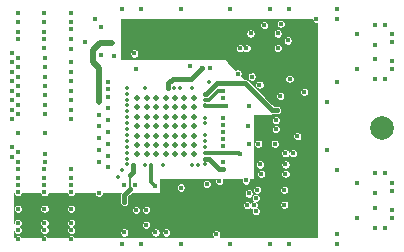
<source format=gbr>
G04 (created by PCBNEW (2013-07-07 BZR 4022)-stable) date 24/11/2015 00:30:31*
%MOIN*%
G04 Gerber Fmt 3.4, Leading zero omitted, Abs format*
%FSLAX34Y34*%
G01*
G70*
G90*
G04 APERTURE LIST*
%ADD10C,0.00590551*%
%ADD11C,0.019685*%
%ADD12C,0.0787402*%
%ADD13C,0.015748*%
%ADD14C,0.0137795*%
%ADD15C,0.015748*%
%ADD16C,0.011811*%
%ADD17C,0.019685*%
%ADD18C,0.00787402*%
%ADD19C,0.00393701*%
G04 APERTURE END LIST*
G54D10*
G54D11*
X68307Y-52992D03*
X68937Y-52992D03*
X68622Y-52992D03*
X67677Y-52992D03*
X67992Y-52992D03*
X67362Y-52992D03*
X67047Y-52992D03*
X67047Y-52677D03*
X67362Y-52677D03*
X67992Y-52677D03*
X67677Y-52677D03*
X68622Y-52677D03*
X68937Y-52677D03*
X68307Y-52677D03*
X68307Y-52362D03*
X68937Y-52362D03*
X68622Y-52362D03*
X67677Y-52362D03*
X67992Y-52362D03*
X67362Y-52362D03*
X67047Y-52362D03*
X67047Y-51732D03*
X67362Y-51732D03*
X67992Y-51732D03*
X67677Y-51732D03*
X68622Y-51732D03*
X68937Y-51732D03*
X68307Y-51732D03*
X68307Y-52047D03*
X68937Y-52047D03*
X68622Y-52047D03*
X67677Y-52047D03*
X67992Y-52047D03*
X67362Y-52047D03*
X67047Y-52047D03*
X67047Y-51417D03*
X67362Y-51417D03*
X67992Y-51417D03*
X67677Y-51417D03*
X68622Y-51417D03*
X68937Y-51417D03*
X68307Y-51417D03*
X68307Y-51102D03*
X68937Y-51102D03*
X68622Y-51102D03*
X67677Y-51102D03*
X67992Y-51102D03*
X67362Y-51102D03*
X67047Y-51102D03*
G54D12*
X75196Y-52106D03*
G54D13*
X64842Y-54251D03*
X63070Y-54251D03*
X63956Y-54251D03*
X66614Y-55590D03*
X69685Y-55649D03*
X72618Y-50905D03*
X72244Y-52952D03*
X72657Y-48641D03*
X63956Y-54566D03*
X63070Y-54566D03*
X64842Y-54566D03*
X66811Y-48602D03*
X71082Y-51850D03*
X67303Y-48956D03*
X72125Y-53937D03*
X69133Y-48681D03*
X66633Y-48956D03*
X69114Y-55551D03*
X72480Y-51850D03*
X70610Y-49940D03*
X68838Y-54015D03*
X68838Y-55492D03*
X71082Y-52637D03*
X62874Y-53070D03*
X63976Y-52992D03*
X71003Y-54881D03*
X63070Y-53228D03*
X72381Y-52381D03*
X63070Y-52913D03*
X71988Y-53326D03*
X71830Y-48641D03*
X72066Y-49192D03*
X71948Y-54665D03*
X71948Y-54173D03*
X71043Y-54173D03*
X70925Y-54685D03*
X70708Y-54685D03*
X71732Y-49448D03*
X71279Y-48681D03*
X70826Y-48956D03*
X71732Y-48956D03*
X70472Y-49448D03*
X70688Y-49448D03*
X64842Y-49133D03*
X64842Y-54015D03*
X64842Y-53779D03*
X64842Y-48818D03*
X64842Y-48582D03*
X64842Y-48267D03*
X74960Y-49330D03*
X74960Y-49822D03*
X64842Y-55826D03*
X64842Y-55511D03*
X64842Y-55275D03*
X64842Y-53464D03*
X62874Y-49606D03*
X64842Y-49488D03*
X63956Y-49448D03*
X63956Y-48897D03*
X63070Y-49133D03*
X63956Y-49133D03*
X63956Y-48267D03*
X63956Y-48582D03*
X63070Y-48267D03*
X63070Y-48582D03*
X63070Y-48897D03*
X63956Y-55826D03*
X63956Y-55275D03*
X63070Y-55275D03*
X63956Y-55511D03*
X63070Y-55511D03*
X63070Y-55826D03*
X64842Y-54803D03*
X63956Y-54803D03*
X63956Y-54015D03*
X63956Y-53779D03*
X63956Y-53464D03*
X63070Y-54803D03*
X63070Y-54015D03*
X63070Y-53779D03*
X63070Y-53464D03*
X65846Y-48759D03*
X66555Y-55964D03*
X67185Y-55964D03*
X68523Y-55964D03*
X70137Y-55964D03*
X71476Y-55964D03*
X72106Y-55964D03*
X73720Y-55964D03*
X73720Y-55629D03*
X73720Y-53523D03*
X73366Y-52854D03*
X73720Y-50570D03*
X73366Y-51240D03*
X73720Y-48464D03*
X73011Y-48464D03*
X73720Y-48129D03*
X72106Y-48129D03*
X71476Y-48129D03*
X70137Y-48129D03*
X68523Y-48129D03*
X67185Y-48129D03*
X66555Y-48129D03*
X65649Y-48464D03*
X65295Y-49232D03*
X74370Y-55118D03*
X74370Y-53937D03*
X75314Y-55433D03*
X75314Y-53622D03*
X75314Y-50472D03*
X75314Y-48661D03*
X67657Y-55590D03*
X68011Y-55590D03*
X67007Y-54842D03*
X65846Y-49685D03*
X65767Y-54271D03*
G54D14*
X68484Y-50767D03*
X68287Y-50767D03*
X69074Y-53346D03*
G54D13*
X69488Y-50118D03*
X75551Y-54842D03*
X75551Y-54212D03*
X74960Y-54763D03*
X74960Y-55433D03*
X75551Y-55118D03*
X74960Y-54291D03*
X74960Y-53622D03*
X75551Y-53937D03*
X74960Y-50472D03*
X75551Y-50157D03*
X75551Y-49881D03*
X75551Y-49251D03*
X74960Y-48661D03*
X75551Y-48976D03*
X68818Y-50039D03*
X67342Y-55334D03*
X67342Y-54842D03*
X72125Y-50472D03*
G54D14*
X68877Y-50767D03*
G54D13*
X68503Y-54094D03*
X70767Y-54291D03*
G54D14*
X68877Y-53346D03*
G54D13*
X71633Y-52637D03*
X69783Y-53877D03*
X70669Y-53858D03*
X71988Y-53641D03*
X70748Y-52047D03*
X66279Y-49724D03*
X66948Y-49625D03*
X71141Y-53326D03*
X71988Y-52952D03*
X70787Y-52637D03*
X71811Y-51043D03*
X71122Y-50669D03*
X70787Y-51377D03*
X70866Y-50393D03*
X70393Y-50295D03*
X74370Y-50157D03*
X74370Y-48976D03*
X66200Y-49291D03*
X65787Y-51259D03*
G54D14*
X69291Y-51948D03*
X67500Y-53346D03*
G54D13*
X67657Y-54055D03*
G54D14*
X69448Y-50570D03*
G54D13*
X69921Y-53228D03*
X69921Y-52017D03*
G54D14*
X67322Y-50767D03*
G54D13*
X67007Y-50137D03*
X69370Y-53976D03*
G54D14*
X69291Y-51161D03*
G54D13*
X69901Y-50866D03*
X66968Y-53996D03*
X66062Y-50590D03*
G54D14*
X66712Y-52342D03*
X66712Y-51751D03*
G54D13*
X69901Y-51102D03*
G54D14*
X69291Y-53326D03*
X68090Y-50767D03*
G54D13*
X69192Y-50118D03*
G54D14*
X67893Y-53346D03*
X67303Y-53346D03*
X71712Y-51515D03*
X69291Y-50964D03*
X69291Y-53129D03*
G54D13*
X69921Y-53484D03*
X66614Y-54566D03*
G54D14*
X66909Y-53346D03*
G54D13*
X69921Y-52696D03*
X69921Y-52460D03*
G54D14*
X69291Y-52549D03*
G54D13*
X71003Y-54438D03*
G54D14*
X69291Y-52352D03*
G54D13*
X71181Y-53641D03*
G54D14*
X69291Y-52933D03*
G54D13*
X70472Y-52972D03*
G54D14*
X69291Y-51358D03*
G54D13*
X70000Y-51377D03*
X63976Y-53228D03*
X69921Y-52244D03*
X69921Y-51791D03*
X62874Y-52755D03*
X66062Y-52244D03*
X63976Y-50708D03*
X65787Y-52047D03*
X64842Y-50551D03*
X62874Y-50551D03*
G54D14*
X66712Y-51948D03*
G54D13*
X63976Y-49763D03*
X66062Y-50826D03*
X63070Y-49763D03*
G54D14*
X66712Y-50767D03*
G54D13*
X63976Y-50393D03*
X66062Y-51850D03*
X63070Y-50393D03*
G54D14*
X66712Y-51555D03*
G54D13*
X64842Y-50236D03*
X65787Y-51673D03*
X62874Y-50236D03*
G54D14*
X66712Y-51358D03*
G54D13*
X63976Y-50078D03*
X66062Y-51456D03*
G54D14*
X66712Y-51161D03*
G54D13*
X63070Y-50078D03*
X64842Y-49921D03*
X66062Y-51062D03*
X62874Y-49921D03*
G54D14*
X66712Y-50964D03*
G54D13*
X63070Y-50708D03*
G54D14*
X66712Y-52145D03*
G54D13*
X63976Y-52283D03*
G54D14*
X69291Y-51761D03*
G54D13*
X71673Y-51850D03*
X65787Y-52440D03*
X64842Y-50866D03*
X66062Y-52637D03*
X63976Y-51023D03*
G54D14*
X66712Y-52736D03*
G54D13*
X63070Y-51023D03*
X63976Y-51653D03*
G54D14*
X66535Y-53523D03*
G54D13*
X63070Y-51653D03*
X66614Y-53996D03*
X64842Y-51811D03*
X65787Y-52834D03*
X62874Y-51181D03*
G54D14*
X66712Y-52933D03*
G54D13*
X64842Y-51496D03*
X66062Y-53031D03*
X62874Y-51496D03*
G54D14*
X66712Y-53129D03*
G54D13*
X64842Y-51181D03*
X65787Y-53248D03*
G54D14*
X66712Y-53326D03*
G54D13*
X62874Y-51811D03*
X63976Y-51338D03*
X66062Y-53425D03*
X63070Y-51338D03*
G54D14*
X66417Y-53759D03*
G54D13*
X62874Y-50866D03*
G54D14*
X66712Y-52539D03*
G54D13*
X63070Y-52283D03*
X71673Y-52145D03*
G54D14*
X69291Y-52746D03*
G54D15*
X72657Y-48641D02*
X72657Y-49311D01*
X72657Y-49311D02*
X71535Y-50433D01*
G54D16*
X65748Y-55098D02*
X65216Y-54566D01*
X64842Y-54566D02*
X65216Y-54566D01*
X65748Y-55098D02*
X68838Y-55098D01*
G54D15*
X66811Y-48956D02*
X66811Y-48602D01*
X68838Y-55216D02*
X72263Y-55216D01*
X71082Y-51850D02*
X71082Y-52047D01*
X72145Y-52657D02*
X72952Y-52657D01*
X71870Y-52381D02*
X72145Y-52657D01*
X71417Y-52381D02*
X71870Y-52381D01*
X71082Y-52047D02*
X71417Y-52381D01*
X68838Y-55492D02*
X68838Y-55216D01*
X68838Y-55216D02*
X68838Y-55098D01*
X68838Y-55098D02*
X68838Y-54015D01*
X69114Y-55551D02*
X68897Y-55551D01*
X68897Y-55551D02*
X68838Y-55492D01*
X72952Y-53937D02*
X72125Y-53937D01*
X72952Y-54527D02*
X72952Y-53937D01*
X72263Y-55216D02*
X72952Y-54527D01*
X72952Y-53937D02*
X72952Y-52657D01*
X72952Y-52657D02*
X72952Y-51377D01*
X72480Y-51377D02*
X72952Y-51377D01*
X72480Y-51850D02*
X72480Y-51377D01*
X71043Y-49940D02*
X70610Y-49940D01*
X71535Y-50433D02*
X71043Y-49940D01*
X72480Y-51377D02*
X71535Y-50433D01*
X69133Y-48956D02*
X69133Y-48681D01*
X66633Y-48956D02*
X66811Y-48956D01*
X66811Y-48956D02*
X69133Y-48956D01*
X69133Y-48956D02*
X69350Y-48956D01*
X69350Y-48956D02*
X70334Y-49940D01*
X70334Y-49940D02*
X70610Y-49940D01*
G54D17*
X66200Y-49291D02*
X65807Y-49291D01*
X65787Y-51259D02*
X65787Y-50118D01*
X65787Y-50118D02*
X65590Y-49921D01*
X65590Y-49921D02*
X65590Y-49507D01*
X65807Y-49291D02*
X65590Y-49507D01*
G54D16*
X67500Y-53346D02*
X67500Y-53897D01*
X67500Y-53897D02*
X67657Y-54055D01*
X69291Y-51161D02*
X69448Y-51161D01*
X69744Y-50866D02*
X69901Y-50866D01*
X69448Y-51161D02*
X69744Y-50866D01*
G54D15*
X68090Y-50767D02*
X68090Y-50610D01*
X68838Y-50472D02*
X69192Y-50118D01*
X68228Y-50472D02*
X68838Y-50472D01*
X68090Y-50610D02*
X68228Y-50472D01*
X69291Y-50964D02*
X69350Y-50964D01*
X71535Y-51515D02*
X71712Y-51515D01*
X70629Y-50610D02*
X71535Y-51515D01*
X69704Y-50610D02*
X70629Y-50610D01*
X69350Y-50964D02*
X69704Y-50610D01*
X69291Y-53129D02*
X69429Y-53129D01*
X69783Y-53484D02*
X69921Y-53484D01*
X69429Y-53129D02*
X69783Y-53484D01*
X66614Y-54566D02*
X66614Y-54330D01*
X66614Y-54330D02*
X66791Y-54153D01*
X66909Y-53346D02*
X66909Y-53562D01*
X66791Y-54153D02*
X66712Y-54232D01*
G54D18*
X66791Y-53681D02*
X66791Y-54153D01*
G54D15*
X66909Y-53562D02*
X66791Y-53681D01*
G54D16*
X69291Y-52933D02*
X70433Y-52933D01*
X70433Y-52933D02*
X70472Y-52972D01*
X70000Y-51377D02*
X69311Y-51377D01*
X69311Y-51377D02*
X69291Y-51358D01*
G54D10*
G36*
X73051Y-55728D02*
X72755Y-55728D01*
X72755Y-50878D01*
X72734Y-50827D01*
X72696Y-50788D01*
X72645Y-50767D01*
X72590Y-50767D01*
X72540Y-50788D01*
X72501Y-50827D01*
X72480Y-50877D01*
X72480Y-50932D01*
X72501Y-50983D01*
X72539Y-51022D01*
X72590Y-51043D01*
X72645Y-51043D01*
X72696Y-51022D01*
X72734Y-50983D01*
X72755Y-50933D01*
X72755Y-50878D01*
X72755Y-55728D01*
X72519Y-55728D01*
X72519Y-52354D01*
X72498Y-52303D01*
X72460Y-52265D01*
X72409Y-52244D01*
X72354Y-52244D01*
X72303Y-52265D01*
X72265Y-52303D01*
X72263Y-52306D01*
X72263Y-50445D01*
X72242Y-50394D01*
X72204Y-50356D01*
X72204Y-49165D01*
X72183Y-49114D01*
X72145Y-49076D01*
X72094Y-49055D01*
X72039Y-49055D01*
X71988Y-49076D01*
X71968Y-49096D01*
X71968Y-48614D01*
X71947Y-48563D01*
X71908Y-48524D01*
X71858Y-48503D01*
X71803Y-48503D01*
X71752Y-48524D01*
X71713Y-48563D01*
X71692Y-48614D01*
X71692Y-48669D01*
X71713Y-48719D01*
X71752Y-48758D01*
X71803Y-48779D01*
X71857Y-48779D01*
X71908Y-48758D01*
X71947Y-48719D01*
X71968Y-48669D01*
X71968Y-48614D01*
X71968Y-49096D01*
X71950Y-49114D01*
X71929Y-49165D01*
X71929Y-49220D01*
X71950Y-49270D01*
X71988Y-49309D01*
X72039Y-49330D01*
X72094Y-49330D01*
X72144Y-49309D01*
X72183Y-49271D01*
X72204Y-49220D01*
X72204Y-49165D01*
X72204Y-50356D01*
X72204Y-50355D01*
X72153Y-50334D01*
X72098Y-50334D01*
X72048Y-50355D01*
X72009Y-50394D01*
X71988Y-50444D01*
X71988Y-50499D01*
X72009Y-50550D01*
X72047Y-50589D01*
X72098Y-50610D01*
X72153Y-50610D01*
X72203Y-50589D01*
X72242Y-50550D01*
X72263Y-50499D01*
X72263Y-50445D01*
X72263Y-52306D01*
X72244Y-52354D01*
X72244Y-52409D01*
X72265Y-52459D01*
X72303Y-52498D01*
X72354Y-52519D01*
X72409Y-52519D01*
X72459Y-52498D01*
X72498Y-52460D01*
X72519Y-52409D01*
X72519Y-52354D01*
X72519Y-55728D01*
X72381Y-55728D01*
X72381Y-52925D01*
X72360Y-52874D01*
X72322Y-52836D01*
X72271Y-52814D01*
X72216Y-52814D01*
X72166Y-52835D01*
X72127Y-52874D01*
X72116Y-52901D01*
X72105Y-52874D01*
X72066Y-52836D01*
X72015Y-52814D01*
X71960Y-52814D01*
X71948Y-52819D01*
X71948Y-51016D01*
X71927Y-50965D01*
X71889Y-50926D01*
X71870Y-50918D01*
X71870Y-49421D01*
X71870Y-48929D01*
X71849Y-48878D01*
X71810Y-48839D01*
X71759Y-48818D01*
X71704Y-48818D01*
X71654Y-48839D01*
X71615Y-48878D01*
X71594Y-48929D01*
X71594Y-48983D01*
X71615Y-49034D01*
X71654Y-49073D01*
X71704Y-49094D01*
X71759Y-49094D01*
X71810Y-49073D01*
X71849Y-49034D01*
X71870Y-48984D01*
X71870Y-48929D01*
X71870Y-49421D01*
X71849Y-49370D01*
X71810Y-49332D01*
X71759Y-49311D01*
X71704Y-49310D01*
X71654Y-49331D01*
X71615Y-49370D01*
X71594Y-49421D01*
X71594Y-49476D01*
X71615Y-49526D01*
X71654Y-49565D01*
X71704Y-49586D01*
X71759Y-49586D01*
X71810Y-49565D01*
X71849Y-49526D01*
X71870Y-49476D01*
X71870Y-49421D01*
X71870Y-50918D01*
X71838Y-50905D01*
X71783Y-50905D01*
X71733Y-50926D01*
X71694Y-50965D01*
X71673Y-51015D01*
X71673Y-51070D01*
X71694Y-51121D01*
X71732Y-51160D01*
X71783Y-51181D01*
X71838Y-51181D01*
X71888Y-51160D01*
X71927Y-51121D01*
X71948Y-51070D01*
X71948Y-51016D01*
X71948Y-52819D01*
X71910Y-52835D01*
X71871Y-52874D01*
X71850Y-52925D01*
X71850Y-52980D01*
X71871Y-53030D01*
X71910Y-53069D01*
X71960Y-53090D01*
X72015Y-53090D01*
X72066Y-53069D01*
X72104Y-53030D01*
X72116Y-53003D01*
X72127Y-53030D01*
X72165Y-53069D01*
X72216Y-53090D01*
X72271Y-53090D01*
X72322Y-53069D01*
X72360Y-53030D01*
X72381Y-52980D01*
X72381Y-52925D01*
X72381Y-55728D01*
X72126Y-55728D01*
X72126Y-53614D01*
X72126Y-53299D01*
X72105Y-53248D01*
X72066Y-53210D01*
X72015Y-53189D01*
X71960Y-53188D01*
X71910Y-53209D01*
X71871Y-53248D01*
X71850Y-53299D01*
X71850Y-53354D01*
X71871Y-53404D01*
X71910Y-53443D01*
X71960Y-53464D01*
X72015Y-53464D01*
X72066Y-53443D01*
X72104Y-53404D01*
X72125Y-53354D01*
X72126Y-53299D01*
X72126Y-53614D01*
X72105Y-53563D01*
X72066Y-53524D01*
X72015Y-53503D01*
X71960Y-53503D01*
X71910Y-53524D01*
X71871Y-53563D01*
X71850Y-53614D01*
X71850Y-53669D01*
X71871Y-53719D01*
X71910Y-53758D01*
X71960Y-53779D01*
X72015Y-53779D01*
X72066Y-53758D01*
X72104Y-53719D01*
X72125Y-53669D01*
X72126Y-53614D01*
X72126Y-55728D01*
X72086Y-55728D01*
X72086Y-54638D01*
X72086Y-54145D01*
X72065Y-54095D01*
X72026Y-54056D01*
X71976Y-54035D01*
X71921Y-54035D01*
X71870Y-54056D01*
X71832Y-54095D01*
X71811Y-54145D01*
X71811Y-52118D01*
X71811Y-51823D01*
X71790Y-51772D01*
X71751Y-51733D01*
X71700Y-51712D01*
X71645Y-51712D01*
X71595Y-51733D01*
X71556Y-51772D01*
X71535Y-51822D01*
X71535Y-51877D01*
X71556Y-51928D01*
X71595Y-51967D01*
X71645Y-51988D01*
X71700Y-51988D01*
X71751Y-51967D01*
X71789Y-51928D01*
X71810Y-51877D01*
X71811Y-51823D01*
X71811Y-52118D01*
X71790Y-52067D01*
X71751Y-52028D01*
X71700Y-52007D01*
X71645Y-52007D01*
X71595Y-52028D01*
X71556Y-52067D01*
X71535Y-52118D01*
X71535Y-52172D01*
X71556Y-52223D01*
X71595Y-52262D01*
X71645Y-52283D01*
X71700Y-52283D01*
X71751Y-52262D01*
X71789Y-52223D01*
X71810Y-52173D01*
X71811Y-52118D01*
X71811Y-54145D01*
X71810Y-54200D01*
X71831Y-54251D01*
X71870Y-54289D01*
X71921Y-54310D01*
X71976Y-54311D01*
X72026Y-54290D01*
X72065Y-54251D01*
X72086Y-54200D01*
X72086Y-54145D01*
X72086Y-54638D01*
X72065Y-54587D01*
X72026Y-54548D01*
X71976Y-54527D01*
X71921Y-54527D01*
X71870Y-54548D01*
X71832Y-54587D01*
X71811Y-54637D01*
X71810Y-54692D01*
X71831Y-54743D01*
X71870Y-54782D01*
X71921Y-54803D01*
X71976Y-54803D01*
X72026Y-54782D01*
X72065Y-54743D01*
X72086Y-54692D01*
X72086Y-54638D01*
X72086Y-55728D01*
X71771Y-55728D01*
X71771Y-52610D01*
X71750Y-52559D01*
X71712Y-52521D01*
X71661Y-52500D01*
X71606Y-52499D01*
X71555Y-52520D01*
X71517Y-52559D01*
X71496Y-52610D01*
X71496Y-52665D01*
X71516Y-52715D01*
X71555Y-52754D01*
X71606Y-52775D01*
X71661Y-52775D01*
X71711Y-52754D01*
X71750Y-52715D01*
X71771Y-52665D01*
X71771Y-52610D01*
X71771Y-55728D01*
X71318Y-55728D01*
X71318Y-53614D01*
X71297Y-53563D01*
X71279Y-53545D01*
X71279Y-53299D01*
X71258Y-53248D01*
X71220Y-53210D01*
X71220Y-52610D01*
X71199Y-52559D01*
X71160Y-52521D01*
X71110Y-52500D01*
X71055Y-52499D01*
X71004Y-52520D01*
X70965Y-52559D01*
X70944Y-52610D01*
X70944Y-52665D01*
X70965Y-52715D01*
X71004Y-52754D01*
X71055Y-52775D01*
X71109Y-52775D01*
X71160Y-52754D01*
X71199Y-52715D01*
X71220Y-52665D01*
X71220Y-52610D01*
X71220Y-53210D01*
X71219Y-53210D01*
X71169Y-53189D01*
X71114Y-53188D01*
X71063Y-53209D01*
X71024Y-53248D01*
X71003Y-53299D01*
X71003Y-53354D01*
X71024Y-53404D01*
X71063Y-53443D01*
X71114Y-53464D01*
X71169Y-53464D01*
X71219Y-53443D01*
X71258Y-53404D01*
X71279Y-53354D01*
X71279Y-53299D01*
X71279Y-53545D01*
X71259Y-53524D01*
X71208Y-53503D01*
X71153Y-53503D01*
X71103Y-53524D01*
X71064Y-53563D01*
X71043Y-53614D01*
X71043Y-53669D01*
X71064Y-53719D01*
X71102Y-53758D01*
X71153Y-53779D01*
X71208Y-53779D01*
X71259Y-53758D01*
X71297Y-53719D01*
X71318Y-53669D01*
X71318Y-53614D01*
X71318Y-55728D01*
X71181Y-55728D01*
X71181Y-54145D01*
X71160Y-54095D01*
X71121Y-54056D01*
X71070Y-54035D01*
X71016Y-54035D01*
X70965Y-54056D01*
X70926Y-54095D01*
X70905Y-54145D01*
X70905Y-54200D01*
X70926Y-54251D01*
X70965Y-54289D01*
X70992Y-54301D01*
X70976Y-54301D01*
X70925Y-54322D01*
X70888Y-54359D01*
X70905Y-54318D01*
X70905Y-54264D01*
X70884Y-54213D01*
X70845Y-54174D01*
X70795Y-54153D01*
X70740Y-54153D01*
X70689Y-54174D01*
X70650Y-54213D01*
X70629Y-54263D01*
X70629Y-54318D01*
X70650Y-54369D01*
X70689Y-54408D01*
X70740Y-54429D01*
X70795Y-54429D01*
X70845Y-54408D01*
X70882Y-54370D01*
X70866Y-54411D01*
X70866Y-54466D01*
X70887Y-54516D01*
X70917Y-54547D01*
X70897Y-54547D01*
X70847Y-54568D01*
X70816Y-54598D01*
X70786Y-54568D01*
X70736Y-54547D01*
X70681Y-54547D01*
X70630Y-54568D01*
X70591Y-54606D01*
X70570Y-54657D01*
X70570Y-54712D01*
X70591Y-54762D01*
X70630Y-54801D01*
X70681Y-54822D01*
X70735Y-54822D01*
X70786Y-54801D01*
X70816Y-54771D01*
X70847Y-54801D01*
X70881Y-54816D01*
X70866Y-54854D01*
X70866Y-54909D01*
X70887Y-54959D01*
X70925Y-54998D01*
X70976Y-55019D01*
X71031Y-55019D01*
X71081Y-54998D01*
X71120Y-54960D01*
X71141Y-54909D01*
X71141Y-54854D01*
X71120Y-54803D01*
X71082Y-54765D01*
X71047Y-54750D01*
X71062Y-54712D01*
X71063Y-54657D01*
X71042Y-54607D01*
X71011Y-54576D01*
X71031Y-54576D01*
X71081Y-54555D01*
X71120Y-54517D01*
X71141Y-54466D01*
X71141Y-54411D01*
X71120Y-54361D01*
X71082Y-54322D01*
X71055Y-54311D01*
X71070Y-54311D01*
X71121Y-54290D01*
X71160Y-54251D01*
X71181Y-54200D01*
X71181Y-54145D01*
X71181Y-55728D01*
X69801Y-55728D01*
X69801Y-55727D01*
X69822Y-55677D01*
X69822Y-55622D01*
X69801Y-55571D01*
X69763Y-55532D01*
X69712Y-55511D01*
X69657Y-55511D01*
X69607Y-55532D01*
X69568Y-55571D01*
X69547Y-55622D01*
X69547Y-55676D01*
X69568Y-55727D01*
X69568Y-55728D01*
X69507Y-55728D01*
X69507Y-53949D01*
X69486Y-53898D01*
X69448Y-53859D01*
X69397Y-53838D01*
X69342Y-53838D01*
X69292Y-53859D01*
X69253Y-53898D01*
X69232Y-53948D01*
X69232Y-54003D01*
X69253Y-54054D01*
X69291Y-54093D01*
X69342Y-54114D01*
X69397Y-54114D01*
X69448Y-54093D01*
X69486Y-54054D01*
X69507Y-54003D01*
X69507Y-53949D01*
X69507Y-55728D01*
X68641Y-55728D01*
X68641Y-54067D01*
X68620Y-54016D01*
X68582Y-53977D01*
X68531Y-53956D01*
X68476Y-53956D01*
X68425Y-53977D01*
X68387Y-54016D01*
X68366Y-54066D01*
X68366Y-54121D01*
X68387Y-54172D01*
X68425Y-54211D01*
X68476Y-54232D01*
X68531Y-54232D01*
X68581Y-54211D01*
X68620Y-54172D01*
X68641Y-54122D01*
X68641Y-54067D01*
X68641Y-55728D01*
X68039Y-55728D01*
X68089Y-55707D01*
X68128Y-55668D01*
X68149Y-55618D01*
X68149Y-55563D01*
X68128Y-55512D01*
X68089Y-55473D01*
X68039Y-55452D01*
X67984Y-55452D01*
X67933Y-55473D01*
X67895Y-55512D01*
X67874Y-55563D01*
X67873Y-55617D01*
X67894Y-55668D01*
X67933Y-55707D01*
X67984Y-55728D01*
X68011Y-55728D01*
X67684Y-55728D01*
X67735Y-55707D01*
X67774Y-55668D01*
X67795Y-55618D01*
X67795Y-55563D01*
X67774Y-55512D01*
X67735Y-55473D01*
X67685Y-55452D01*
X67630Y-55452D01*
X67579Y-55473D01*
X67540Y-55512D01*
X67519Y-55563D01*
X67519Y-55617D01*
X67540Y-55668D01*
X67579Y-55707D01*
X67629Y-55728D01*
X67657Y-55728D01*
X67480Y-55728D01*
X67480Y-55307D01*
X67480Y-54815D01*
X67459Y-54764D01*
X67420Y-54725D01*
X67370Y-54704D01*
X67315Y-54704D01*
X67264Y-54725D01*
X67225Y-54764D01*
X67204Y-54814D01*
X67204Y-54869D01*
X67225Y-54920D01*
X67264Y-54959D01*
X67314Y-54980D01*
X67369Y-54980D01*
X67420Y-54959D01*
X67459Y-54920D01*
X67480Y-54870D01*
X67480Y-54815D01*
X67480Y-55307D01*
X67459Y-55256D01*
X67420Y-55217D01*
X67370Y-55196D01*
X67315Y-55196D01*
X67264Y-55217D01*
X67225Y-55256D01*
X67204Y-55307D01*
X67204Y-55361D01*
X67225Y-55412D01*
X67264Y-55451D01*
X67314Y-55472D01*
X67369Y-55472D01*
X67420Y-55451D01*
X67459Y-55412D01*
X67480Y-55362D01*
X67480Y-55307D01*
X67480Y-55728D01*
X67145Y-55728D01*
X67145Y-54815D01*
X67124Y-54764D01*
X67086Y-54725D01*
X67035Y-54704D01*
X66980Y-54704D01*
X66929Y-54725D01*
X66891Y-54764D01*
X66870Y-54814D01*
X66870Y-54869D01*
X66890Y-54920D01*
X66929Y-54959D01*
X66980Y-54980D01*
X67035Y-54980D01*
X67085Y-54959D01*
X67124Y-54920D01*
X67145Y-54870D01*
X67145Y-54815D01*
X67145Y-55728D01*
X66641Y-55728D01*
X66692Y-55707D01*
X66730Y-55668D01*
X66751Y-55618D01*
X66751Y-55563D01*
X66731Y-55512D01*
X66692Y-55473D01*
X66641Y-55452D01*
X66586Y-55452D01*
X66536Y-55473D01*
X66497Y-55512D01*
X66476Y-55563D01*
X66476Y-55617D01*
X66497Y-55668D01*
X66536Y-55707D01*
X66586Y-55728D01*
X66614Y-55728D01*
X64980Y-55728D01*
X64980Y-55484D01*
X64959Y-55433D01*
X64920Y-55395D01*
X64917Y-55393D01*
X64920Y-55392D01*
X64959Y-55353D01*
X64980Y-55303D01*
X64980Y-55248D01*
X64980Y-54775D01*
X64959Y-54725D01*
X64920Y-54686D01*
X64870Y-54665D01*
X64815Y-54665D01*
X64764Y-54686D01*
X64725Y-54724D01*
X64704Y-54775D01*
X64704Y-54830D01*
X64725Y-54881D01*
X64764Y-54919D01*
X64814Y-54940D01*
X64869Y-54940D01*
X64920Y-54920D01*
X64959Y-54881D01*
X64980Y-54830D01*
X64980Y-54775D01*
X64980Y-55248D01*
X64959Y-55197D01*
X64920Y-55158D01*
X64870Y-55137D01*
X64815Y-55137D01*
X64764Y-55158D01*
X64725Y-55197D01*
X64704Y-55248D01*
X64704Y-55302D01*
X64725Y-55353D01*
X64764Y-55392D01*
X64767Y-55393D01*
X64764Y-55394D01*
X64725Y-55433D01*
X64704Y-55484D01*
X64704Y-55539D01*
X64725Y-55589D01*
X64764Y-55628D01*
X64814Y-55649D01*
X64869Y-55649D01*
X64920Y-55628D01*
X64959Y-55589D01*
X64980Y-55539D01*
X64980Y-55484D01*
X64980Y-55728D01*
X64938Y-55728D01*
X64920Y-55710D01*
X64870Y-55689D01*
X64815Y-55688D01*
X64764Y-55709D01*
X64746Y-55728D01*
X64094Y-55728D01*
X64094Y-55484D01*
X64073Y-55433D01*
X64034Y-55395D01*
X64031Y-55393D01*
X64034Y-55392D01*
X64073Y-55353D01*
X64094Y-55303D01*
X64094Y-55248D01*
X64094Y-54775D01*
X64073Y-54725D01*
X64034Y-54686D01*
X63984Y-54665D01*
X63929Y-54665D01*
X63878Y-54686D01*
X63839Y-54724D01*
X63818Y-54775D01*
X63818Y-54830D01*
X63839Y-54881D01*
X63878Y-54919D01*
X63929Y-54940D01*
X63983Y-54940D01*
X64034Y-54920D01*
X64073Y-54881D01*
X64094Y-54830D01*
X64094Y-54775D01*
X64094Y-55248D01*
X64073Y-55197D01*
X64034Y-55158D01*
X63984Y-55137D01*
X63929Y-55137D01*
X63878Y-55158D01*
X63839Y-55197D01*
X63818Y-55248D01*
X63818Y-55302D01*
X63839Y-55353D01*
X63878Y-55392D01*
X63881Y-55393D01*
X63878Y-55394D01*
X63839Y-55433D01*
X63818Y-55484D01*
X63818Y-55539D01*
X63839Y-55589D01*
X63878Y-55628D01*
X63929Y-55649D01*
X63983Y-55649D01*
X64034Y-55628D01*
X64073Y-55589D01*
X64094Y-55539D01*
X64094Y-55484D01*
X64094Y-55728D01*
X64053Y-55728D01*
X64034Y-55710D01*
X63984Y-55689D01*
X63929Y-55688D01*
X63878Y-55709D01*
X63860Y-55728D01*
X63167Y-55728D01*
X63149Y-55710D01*
X63098Y-55689D01*
X63043Y-55688D01*
X62992Y-55709D01*
X62974Y-55728D01*
X62933Y-55728D01*
X62933Y-55539D01*
X62953Y-55589D01*
X62992Y-55628D01*
X63043Y-55649D01*
X63098Y-55649D01*
X63148Y-55628D01*
X63187Y-55589D01*
X63208Y-55539D01*
X63208Y-55484D01*
X63187Y-55433D01*
X63149Y-55395D01*
X63145Y-55393D01*
X63148Y-55392D01*
X63187Y-55353D01*
X63208Y-55303D01*
X63208Y-55248D01*
X63187Y-55197D01*
X63149Y-55158D01*
X63098Y-55137D01*
X63043Y-55137D01*
X62992Y-55158D01*
X62954Y-55197D01*
X62933Y-55248D01*
X62933Y-55275D01*
X62933Y-54830D01*
X62953Y-54881D01*
X62992Y-54919D01*
X63043Y-54940D01*
X63098Y-54940D01*
X63148Y-54920D01*
X63187Y-54881D01*
X63208Y-54830D01*
X63208Y-54775D01*
X63187Y-54725D01*
X63149Y-54686D01*
X63098Y-54665D01*
X63043Y-54665D01*
X62992Y-54686D01*
X62954Y-54724D01*
X62933Y-54775D01*
X62933Y-54803D01*
X62933Y-54279D01*
X62953Y-54329D01*
X62992Y-54368D01*
X63043Y-54389D01*
X63098Y-54389D01*
X63148Y-54368D01*
X63187Y-54330D01*
X63208Y-54279D01*
X63208Y-54271D01*
X63818Y-54271D01*
X63818Y-54279D01*
X63839Y-54329D01*
X63878Y-54368D01*
X63929Y-54389D01*
X63983Y-54389D01*
X64034Y-54368D01*
X64073Y-54330D01*
X64094Y-54279D01*
X64094Y-54271D01*
X64704Y-54271D01*
X64704Y-54279D01*
X64725Y-54329D01*
X64764Y-54368D01*
X64814Y-54389D01*
X64869Y-54389D01*
X64920Y-54368D01*
X64959Y-54330D01*
X64980Y-54279D01*
X64980Y-54271D01*
X65629Y-54271D01*
X65629Y-54298D01*
X65650Y-54349D01*
X65689Y-54388D01*
X65740Y-54409D01*
X65795Y-54409D01*
X65845Y-54388D01*
X65884Y-54349D01*
X65905Y-54299D01*
X65905Y-54271D01*
X66491Y-54271D01*
X66486Y-54277D01*
X66476Y-54330D01*
X66476Y-54566D01*
X66476Y-54594D01*
X66497Y-54644D01*
X66536Y-54683D01*
X66561Y-54694D01*
X66586Y-54704D01*
X66614Y-54704D01*
X66641Y-54704D01*
X66666Y-54694D01*
X66692Y-54683D01*
X66711Y-54664D01*
X66730Y-54645D01*
X66741Y-54619D01*
X66751Y-54594D01*
X66751Y-54566D01*
X66751Y-54539D01*
X66751Y-54539D01*
X66751Y-54387D01*
X66810Y-54329D01*
X66868Y-54271D01*
X67814Y-54271D01*
X67814Y-53799D01*
X69667Y-53799D01*
X69666Y-53799D01*
X69645Y-53850D01*
X69645Y-53905D01*
X69666Y-53955D01*
X69705Y-53994D01*
X69755Y-54015D01*
X69810Y-54015D01*
X69861Y-53994D01*
X69900Y-53956D01*
X69921Y-53905D01*
X69921Y-53850D01*
X69900Y-53800D01*
X69899Y-53799D01*
X70544Y-53799D01*
X70531Y-53830D01*
X70531Y-53885D01*
X70552Y-53936D01*
X70591Y-53975D01*
X70641Y-53996D01*
X70696Y-53996D01*
X70747Y-53975D01*
X70786Y-53936D01*
X70807Y-53885D01*
X70807Y-53830D01*
X70793Y-53799D01*
X70925Y-53799D01*
X70925Y-52637D01*
X70925Y-52610D01*
X70925Y-52610D01*
X70925Y-51673D01*
X71555Y-51673D01*
X71555Y-51653D01*
X71712Y-51653D01*
X71765Y-51643D01*
X71810Y-51613D01*
X71839Y-51568D01*
X71850Y-51515D01*
X71839Y-51463D01*
X71810Y-51418D01*
X71765Y-51388D01*
X71712Y-51377D01*
X71592Y-51377D01*
X71417Y-51202D01*
X71417Y-48653D01*
X71396Y-48603D01*
X71357Y-48564D01*
X71307Y-48543D01*
X71252Y-48543D01*
X71201Y-48564D01*
X71162Y-48602D01*
X71141Y-48653D01*
X71141Y-48708D01*
X71162Y-48759D01*
X71201Y-48797D01*
X71251Y-48818D01*
X71306Y-48818D01*
X71357Y-48797D01*
X71396Y-48759D01*
X71417Y-48708D01*
X71417Y-48653D01*
X71417Y-51202D01*
X71259Y-51045D01*
X71259Y-50642D01*
X71238Y-50591D01*
X71200Y-50552D01*
X71149Y-50531D01*
X71094Y-50531D01*
X71044Y-50552D01*
X71005Y-50591D01*
X71003Y-50594D01*
X71003Y-50366D01*
X70983Y-50315D01*
X70964Y-50297D01*
X70964Y-48929D01*
X70943Y-48878D01*
X70904Y-48839D01*
X70854Y-48818D01*
X70799Y-48818D01*
X70748Y-48839D01*
X70710Y-48878D01*
X70689Y-48929D01*
X70688Y-48983D01*
X70709Y-49034D01*
X70748Y-49073D01*
X70799Y-49094D01*
X70854Y-49094D01*
X70904Y-49073D01*
X70943Y-49034D01*
X70964Y-48984D01*
X70964Y-48929D01*
X70964Y-50297D01*
X70944Y-50276D01*
X70893Y-50255D01*
X70838Y-50255D01*
X70826Y-50260D01*
X70826Y-49421D01*
X70805Y-49370D01*
X70767Y-49332D01*
X70716Y-49311D01*
X70661Y-49310D01*
X70611Y-49331D01*
X70580Y-49362D01*
X70550Y-49332D01*
X70499Y-49311D01*
X70445Y-49310D01*
X70394Y-49331D01*
X70355Y-49370D01*
X70334Y-49421D01*
X70334Y-49476D01*
X70355Y-49526D01*
X70394Y-49565D01*
X70444Y-49586D01*
X70499Y-49586D01*
X70550Y-49565D01*
X70580Y-49535D01*
X70610Y-49565D01*
X70661Y-49586D01*
X70716Y-49586D01*
X70766Y-49565D01*
X70805Y-49526D01*
X70826Y-49476D01*
X70826Y-49421D01*
X70826Y-50260D01*
X70788Y-50276D01*
X70749Y-50315D01*
X70728Y-50366D01*
X70728Y-50420D01*
X70749Y-50471D01*
X70787Y-50510D01*
X70838Y-50531D01*
X70893Y-50531D01*
X70944Y-50510D01*
X70982Y-50471D01*
X71003Y-50421D01*
X71003Y-50366D01*
X71003Y-50594D01*
X70984Y-50641D01*
X70984Y-50696D01*
X71005Y-50747D01*
X71043Y-50786D01*
X71094Y-50807D01*
X71149Y-50807D01*
X71200Y-50786D01*
X71238Y-50747D01*
X71259Y-50696D01*
X71259Y-50642D01*
X71259Y-51045D01*
X70727Y-50512D01*
X70682Y-50482D01*
X70629Y-50472D01*
X70618Y-50472D01*
X70513Y-50367D01*
X70531Y-50322D01*
X70531Y-50267D01*
X70510Y-50217D01*
X70471Y-50178D01*
X70421Y-50157D01*
X70366Y-50157D01*
X70321Y-50175D01*
X69968Y-49822D01*
X67086Y-49822D01*
X67086Y-49598D01*
X67065Y-49548D01*
X67026Y-49509D01*
X66976Y-49488D01*
X66921Y-49488D01*
X66870Y-49509D01*
X66832Y-49547D01*
X66811Y-49598D01*
X66810Y-49653D01*
X66831Y-49703D01*
X66870Y-49742D01*
X66921Y-49763D01*
X66976Y-49763D01*
X67026Y-49742D01*
X67065Y-49704D01*
X67086Y-49653D01*
X67086Y-49598D01*
X67086Y-49822D01*
X66515Y-49822D01*
X66515Y-48484D01*
X72873Y-48484D01*
X72873Y-48491D01*
X72894Y-48542D01*
X72933Y-48581D01*
X72984Y-48602D01*
X73039Y-48602D01*
X73051Y-48597D01*
X73051Y-55728D01*
X73051Y-55728D01*
G37*
G54D19*
X73051Y-55728D02*
X72755Y-55728D01*
X72755Y-50878D01*
X72734Y-50827D01*
X72696Y-50788D01*
X72645Y-50767D01*
X72590Y-50767D01*
X72540Y-50788D01*
X72501Y-50827D01*
X72480Y-50877D01*
X72480Y-50932D01*
X72501Y-50983D01*
X72539Y-51022D01*
X72590Y-51043D01*
X72645Y-51043D01*
X72696Y-51022D01*
X72734Y-50983D01*
X72755Y-50933D01*
X72755Y-50878D01*
X72755Y-55728D01*
X72519Y-55728D01*
X72519Y-52354D01*
X72498Y-52303D01*
X72460Y-52265D01*
X72409Y-52244D01*
X72354Y-52244D01*
X72303Y-52265D01*
X72265Y-52303D01*
X72263Y-52306D01*
X72263Y-50445D01*
X72242Y-50394D01*
X72204Y-50356D01*
X72204Y-49165D01*
X72183Y-49114D01*
X72145Y-49076D01*
X72094Y-49055D01*
X72039Y-49055D01*
X71988Y-49076D01*
X71968Y-49096D01*
X71968Y-48614D01*
X71947Y-48563D01*
X71908Y-48524D01*
X71858Y-48503D01*
X71803Y-48503D01*
X71752Y-48524D01*
X71713Y-48563D01*
X71692Y-48614D01*
X71692Y-48669D01*
X71713Y-48719D01*
X71752Y-48758D01*
X71803Y-48779D01*
X71857Y-48779D01*
X71908Y-48758D01*
X71947Y-48719D01*
X71968Y-48669D01*
X71968Y-48614D01*
X71968Y-49096D01*
X71950Y-49114D01*
X71929Y-49165D01*
X71929Y-49220D01*
X71950Y-49270D01*
X71988Y-49309D01*
X72039Y-49330D01*
X72094Y-49330D01*
X72144Y-49309D01*
X72183Y-49271D01*
X72204Y-49220D01*
X72204Y-49165D01*
X72204Y-50356D01*
X72204Y-50355D01*
X72153Y-50334D01*
X72098Y-50334D01*
X72048Y-50355D01*
X72009Y-50394D01*
X71988Y-50444D01*
X71988Y-50499D01*
X72009Y-50550D01*
X72047Y-50589D01*
X72098Y-50610D01*
X72153Y-50610D01*
X72203Y-50589D01*
X72242Y-50550D01*
X72263Y-50499D01*
X72263Y-50445D01*
X72263Y-52306D01*
X72244Y-52354D01*
X72244Y-52409D01*
X72265Y-52459D01*
X72303Y-52498D01*
X72354Y-52519D01*
X72409Y-52519D01*
X72459Y-52498D01*
X72498Y-52460D01*
X72519Y-52409D01*
X72519Y-52354D01*
X72519Y-55728D01*
X72381Y-55728D01*
X72381Y-52925D01*
X72360Y-52874D01*
X72322Y-52836D01*
X72271Y-52814D01*
X72216Y-52814D01*
X72166Y-52835D01*
X72127Y-52874D01*
X72116Y-52901D01*
X72105Y-52874D01*
X72066Y-52836D01*
X72015Y-52814D01*
X71960Y-52814D01*
X71948Y-52819D01*
X71948Y-51016D01*
X71927Y-50965D01*
X71889Y-50926D01*
X71870Y-50918D01*
X71870Y-49421D01*
X71870Y-48929D01*
X71849Y-48878D01*
X71810Y-48839D01*
X71759Y-48818D01*
X71704Y-48818D01*
X71654Y-48839D01*
X71615Y-48878D01*
X71594Y-48929D01*
X71594Y-48983D01*
X71615Y-49034D01*
X71654Y-49073D01*
X71704Y-49094D01*
X71759Y-49094D01*
X71810Y-49073D01*
X71849Y-49034D01*
X71870Y-48984D01*
X71870Y-48929D01*
X71870Y-49421D01*
X71849Y-49370D01*
X71810Y-49332D01*
X71759Y-49311D01*
X71704Y-49310D01*
X71654Y-49331D01*
X71615Y-49370D01*
X71594Y-49421D01*
X71594Y-49476D01*
X71615Y-49526D01*
X71654Y-49565D01*
X71704Y-49586D01*
X71759Y-49586D01*
X71810Y-49565D01*
X71849Y-49526D01*
X71870Y-49476D01*
X71870Y-49421D01*
X71870Y-50918D01*
X71838Y-50905D01*
X71783Y-50905D01*
X71733Y-50926D01*
X71694Y-50965D01*
X71673Y-51015D01*
X71673Y-51070D01*
X71694Y-51121D01*
X71732Y-51160D01*
X71783Y-51181D01*
X71838Y-51181D01*
X71888Y-51160D01*
X71927Y-51121D01*
X71948Y-51070D01*
X71948Y-51016D01*
X71948Y-52819D01*
X71910Y-52835D01*
X71871Y-52874D01*
X71850Y-52925D01*
X71850Y-52980D01*
X71871Y-53030D01*
X71910Y-53069D01*
X71960Y-53090D01*
X72015Y-53090D01*
X72066Y-53069D01*
X72104Y-53030D01*
X72116Y-53003D01*
X72127Y-53030D01*
X72165Y-53069D01*
X72216Y-53090D01*
X72271Y-53090D01*
X72322Y-53069D01*
X72360Y-53030D01*
X72381Y-52980D01*
X72381Y-52925D01*
X72381Y-55728D01*
X72126Y-55728D01*
X72126Y-53614D01*
X72126Y-53299D01*
X72105Y-53248D01*
X72066Y-53210D01*
X72015Y-53189D01*
X71960Y-53188D01*
X71910Y-53209D01*
X71871Y-53248D01*
X71850Y-53299D01*
X71850Y-53354D01*
X71871Y-53404D01*
X71910Y-53443D01*
X71960Y-53464D01*
X72015Y-53464D01*
X72066Y-53443D01*
X72104Y-53404D01*
X72125Y-53354D01*
X72126Y-53299D01*
X72126Y-53614D01*
X72105Y-53563D01*
X72066Y-53524D01*
X72015Y-53503D01*
X71960Y-53503D01*
X71910Y-53524D01*
X71871Y-53563D01*
X71850Y-53614D01*
X71850Y-53669D01*
X71871Y-53719D01*
X71910Y-53758D01*
X71960Y-53779D01*
X72015Y-53779D01*
X72066Y-53758D01*
X72104Y-53719D01*
X72125Y-53669D01*
X72126Y-53614D01*
X72126Y-55728D01*
X72086Y-55728D01*
X72086Y-54638D01*
X72086Y-54145D01*
X72065Y-54095D01*
X72026Y-54056D01*
X71976Y-54035D01*
X71921Y-54035D01*
X71870Y-54056D01*
X71832Y-54095D01*
X71811Y-54145D01*
X71811Y-52118D01*
X71811Y-51823D01*
X71790Y-51772D01*
X71751Y-51733D01*
X71700Y-51712D01*
X71645Y-51712D01*
X71595Y-51733D01*
X71556Y-51772D01*
X71535Y-51822D01*
X71535Y-51877D01*
X71556Y-51928D01*
X71595Y-51967D01*
X71645Y-51988D01*
X71700Y-51988D01*
X71751Y-51967D01*
X71789Y-51928D01*
X71810Y-51877D01*
X71811Y-51823D01*
X71811Y-52118D01*
X71790Y-52067D01*
X71751Y-52028D01*
X71700Y-52007D01*
X71645Y-52007D01*
X71595Y-52028D01*
X71556Y-52067D01*
X71535Y-52118D01*
X71535Y-52172D01*
X71556Y-52223D01*
X71595Y-52262D01*
X71645Y-52283D01*
X71700Y-52283D01*
X71751Y-52262D01*
X71789Y-52223D01*
X71810Y-52173D01*
X71811Y-52118D01*
X71811Y-54145D01*
X71810Y-54200D01*
X71831Y-54251D01*
X71870Y-54289D01*
X71921Y-54310D01*
X71976Y-54311D01*
X72026Y-54290D01*
X72065Y-54251D01*
X72086Y-54200D01*
X72086Y-54145D01*
X72086Y-54638D01*
X72065Y-54587D01*
X72026Y-54548D01*
X71976Y-54527D01*
X71921Y-54527D01*
X71870Y-54548D01*
X71832Y-54587D01*
X71811Y-54637D01*
X71810Y-54692D01*
X71831Y-54743D01*
X71870Y-54782D01*
X71921Y-54803D01*
X71976Y-54803D01*
X72026Y-54782D01*
X72065Y-54743D01*
X72086Y-54692D01*
X72086Y-54638D01*
X72086Y-55728D01*
X71771Y-55728D01*
X71771Y-52610D01*
X71750Y-52559D01*
X71712Y-52521D01*
X71661Y-52500D01*
X71606Y-52499D01*
X71555Y-52520D01*
X71517Y-52559D01*
X71496Y-52610D01*
X71496Y-52665D01*
X71516Y-52715D01*
X71555Y-52754D01*
X71606Y-52775D01*
X71661Y-52775D01*
X71711Y-52754D01*
X71750Y-52715D01*
X71771Y-52665D01*
X71771Y-52610D01*
X71771Y-55728D01*
X71318Y-55728D01*
X71318Y-53614D01*
X71297Y-53563D01*
X71279Y-53545D01*
X71279Y-53299D01*
X71258Y-53248D01*
X71220Y-53210D01*
X71220Y-52610D01*
X71199Y-52559D01*
X71160Y-52521D01*
X71110Y-52500D01*
X71055Y-52499D01*
X71004Y-52520D01*
X70965Y-52559D01*
X70944Y-52610D01*
X70944Y-52665D01*
X70965Y-52715D01*
X71004Y-52754D01*
X71055Y-52775D01*
X71109Y-52775D01*
X71160Y-52754D01*
X71199Y-52715D01*
X71220Y-52665D01*
X71220Y-52610D01*
X71220Y-53210D01*
X71219Y-53210D01*
X71169Y-53189D01*
X71114Y-53188D01*
X71063Y-53209D01*
X71024Y-53248D01*
X71003Y-53299D01*
X71003Y-53354D01*
X71024Y-53404D01*
X71063Y-53443D01*
X71114Y-53464D01*
X71169Y-53464D01*
X71219Y-53443D01*
X71258Y-53404D01*
X71279Y-53354D01*
X71279Y-53299D01*
X71279Y-53545D01*
X71259Y-53524D01*
X71208Y-53503D01*
X71153Y-53503D01*
X71103Y-53524D01*
X71064Y-53563D01*
X71043Y-53614D01*
X71043Y-53669D01*
X71064Y-53719D01*
X71102Y-53758D01*
X71153Y-53779D01*
X71208Y-53779D01*
X71259Y-53758D01*
X71297Y-53719D01*
X71318Y-53669D01*
X71318Y-53614D01*
X71318Y-55728D01*
X71181Y-55728D01*
X71181Y-54145D01*
X71160Y-54095D01*
X71121Y-54056D01*
X71070Y-54035D01*
X71016Y-54035D01*
X70965Y-54056D01*
X70926Y-54095D01*
X70905Y-54145D01*
X70905Y-54200D01*
X70926Y-54251D01*
X70965Y-54289D01*
X70992Y-54301D01*
X70976Y-54301D01*
X70925Y-54322D01*
X70888Y-54359D01*
X70905Y-54318D01*
X70905Y-54264D01*
X70884Y-54213D01*
X70845Y-54174D01*
X70795Y-54153D01*
X70740Y-54153D01*
X70689Y-54174D01*
X70650Y-54213D01*
X70629Y-54263D01*
X70629Y-54318D01*
X70650Y-54369D01*
X70689Y-54408D01*
X70740Y-54429D01*
X70795Y-54429D01*
X70845Y-54408D01*
X70882Y-54370D01*
X70866Y-54411D01*
X70866Y-54466D01*
X70887Y-54516D01*
X70917Y-54547D01*
X70897Y-54547D01*
X70847Y-54568D01*
X70816Y-54598D01*
X70786Y-54568D01*
X70736Y-54547D01*
X70681Y-54547D01*
X70630Y-54568D01*
X70591Y-54606D01*
X70570Y-54657D01*
X70570Y-54712D01*
X70591Y-54762D01*
X70630Y-54801D01*
X70681Y-54822D01*
X70735Y-54822D01*
X70786Y-54801D01*
X70816Y-54771D01*
X70847Y-54801D01*
X70881Y-54816D01*
X70866Y-54854D01*
X70866Y-54909D01*
X70887Y-54959D01*
X70925Y-54998D01*
X70976Y-55019D01*
X71031Y-55019D01*
X71081Y-54998D01*
X71120Y-54960D01*
X71141Y-54909D01*
X71141Y-54854D01*
X71120Y-54803D01*
X71082Y-54765D01*
X71047Y-54750D01*
X71062Y-54712D01*
X71063Y-54657D01*
X71042Y-54607D01*
X71011Y-54576D01*
X71031Y-54576D01*
X71081Y-54555D01*
X71120Y-54517D01*
X71141Y-54466D01*
X71141Y-54411D01*
X71120Y-54361D01*
X71082Y-54322D01*
X71055Y-54311D01*
X71070Y-54311D01*
X71121Y-54290D01*
X71160Y-54251D01*
X71181Y-54200D01*
X71181Y-54145D01*
X71181Y-55728D01*
X69801Y-55728D01*
X69801Y-55727D01*
X69822Y-55677D01*
X69822Y-55622D01*
X69801Y-55571D01*
X69763Y-55532D01*
X69712Y-55511D01*
X69657Y-55511D01*
X69607Y-55532D01*
X69568Y-55571D01*
X69547Y-55622D01*
X69547Y-55676D01*
X69568Y-55727D01*
X69568Y-55728D01*
X69507Y-55728D01*
X69507Y-53949D01*
X69486Y-53898D01*
X69448Y-53859D01*
X69397Y-53838D01*
X69342Y-53838D01*
X69292Y-53859D01*
X69253Y-53898D01*
X69232Y-53948D01*
X69232Y-54003D01*
X69253Y-54054D01*
X69291Y-54093D01*
X69342Y-54114D01*
X69397Y-54114D01*
X69448Y-54093D01*
X69486Y-54054D01*
X69507Y-54003D01*
X69507Y-53949D01*
X69507Y-55728D01*
X68641Y-55728D01*
X68641Y-54067D01*
X68620Y-54016D01*
X68582Y-53977D01*
X68531Y-53956D01*
X68476Y-53956D01*
X68425Y-53977D01*
X68387Y-54016D01*
X68366Y-54066D01*
X68366Y-54121D01*
X68387Y-54172D01*
X68425Y-54211D01*
X68476Y-54232D01*
X68531Y-54232D01*
X68581Y-54211D01*
X68620Y-54172D01*
X68641Y-54122D01*
X68641Y-54067D01*
X68641Y-55728D01*
X68039Y-55728D01*
X68089Y-55707D01*
X68128Y-55668D01*
X68149Y-55618D01*
X68149Y-55563D01*
X68128Y-55512D01*
X68089Y-55473D01*
X68039Y-55452D01*
X67984Y-55452D01*
X67933Y-55473D01*
X67895Y-55512D01*
X67874Y-55563D01*
X67873Y-55617D01*
X67894Y-55668D01*
X67933Y-55707D01*
X67984Y-55728D01*
X68011Y-55728D01*
X67684Y-55728D01*
X67735Y-55707D01*
X67774Y-55668D01*
X67795Y-55618D01*
X67795Y-55563D01*
X67774Y-55512D01*
X67735Y-55473D01*
X67685Y-55452D01*
X67630Y-55452D01*
X67579Y-55473D01*
X67540Y-55512D01*
X67519Y-55563D01*
X67519Y-55617D01*
X67540Y-55668D01*
X67579Y-55707D01*
X67629Y-55728D01*
X67657Y-55728D01*
X67480Y-55728D01*
X67480Y-55307D01*
X67480Y-54815D01*
X67459Y-54764D01*
X67420Y-54725D01*
X67370Y-54704D01*
X67315Y-54704D01*
X67264Y-54725D01*
X67225Y-54764D01*
X67204Y-54814D01*
X67204Y-54869D01*
X67225Y-54920D01*
X67264Y-54959D01*
X67314Y-54980D01*
X67369Y-54980D01*
X67420Y-54959D01*
X67459Y-54920D01*
X67480Y-54870D01*
X67480Y-54815D01*
X67480Y-55307D01*
X67459Y-55256D01*
X67420Y-55217D01*
X67370Y-55196D01*
X67315Y-55196D01*
X67264Y-55217D01*
X67225Y-55256D01*
X67204Y-55307D01*
X67204Y-55361D01*
X67225Y-55412D01*
X67264Y-55451D01*
X67314Y-55472D01*
X67369Y-55472D01*
X67420Y-55451D01*
X67459Y-55412D01*
X67480Y-55362D01*
X67480Y-55307D01*
X67480Y-55728D01*
X67145Y-55728D01*
X67145Y-54815D01*
X67124Y-54764D01*
X67086Y-54725D01*
X67035Y-54704D01*
X66980Y-54704D01*
X66929Y-54725D01*
X66891Y-54764D01*
X66870Y-54814D01*
X66870Y-54869D01*
X66890Y-54920D01*
X66929Y-54959D01*
X66980Y-54980D01*
X67035Y-54980D01*
X67085Y-54959D01*
X67124Y-54920D01*
X67145Y-54870D01*
X67145Y-54815D01*
X67145Y-55728D01*
X66641Y-55728D01*
X66692Y-55707D01*
X66730Y-55668D01*
X66751Y-55618D01*
X66751Y-55563D01*
X66731Y-55512D01*
X66692Y-55473D01*
X66641Y-55452D01*
X66586Y-55452D01*
X66536Y-55473D01*
X66497Y-55512D01*
X66476Y-55563D01*
X66476Y-55617D01*
X66497Y-55668D01*
X66536Y-55707D01*
X66586Y-55728D01*
X66614Y-55728D01*
X64980Y-55728D01*
X64980Y-55484D01*
X64959Y-55433D01*
X64920Y-55395D01*
X64917Y-55393D01*
X64920Y-55392D01*
X64959Y-55353D01*
X64980Y-55303D01*
X64980Y-55248D01*
X64980Y-54775D01*
X64959Y-54725D01*
X64920Y-54686D01*
X64870Y-54665D01*
X64815Y-54665D01*
X64764Y-54686D01*
X64725Y-54724D01*
X64704Y-54775D01*
X64704Y-54830D01*
X64725Y-54881D01*
X64764Y-54919D01*
X64814Y-54940D01*
X64869Y-54940D01*
X64920Y-54920D01*
X64959Y-54881D01*
X64980Y-54830D01*
X64980Y-54775D01*
X64980Y-55248D01*
X64959Y-55197D01*
X64920Y-55158D01*
X64870Y-55137D01*
X64815Y-55137D01*
X64764Y-55158D01*
X64725Y-55197D01*
X64704Y-55248D01*
X64704Y-55302D01*
X64725Y-55353D01*
X64764Y-55392D01*
X64767Y-55393D01*
X64764Y-55394D01*
X64725Y-55433D01*
X64704Y-55484D01*
X64704Y-55539D01*
X64725Y-55589D01*
X64764Y-55628D01*
X64814Y-55649D01*
X64869Y-55649D01*
X64920Y-55628D01*
X64959Y-55589D01*
X64980Y-55539D01*
X64980Y-55484D01*
X64980Y-55728D01*
X64938Y-55728D01*
X64920Y-55710D01*
X64870Y-55689D01*
X64815Y-55688D01*
X64764Y-55709D01*
X64746Y-55728D01*
X64094Y-55728D01*
X64094Y-55484D01*
X64073Y-55433D01*
X64034Y-55395D01*
X64031Y-55393D01*
X64034Y-55392D01*
X64073Y-55353D01*
X64094Y-55303D01*
X64094Y-55248D01*
X64094Y-54775D01*
X64073Y-54725D01*
X64034Y-54686D01*
X63984Y-54665D01*
X63929Y-54665D01*
X63878Y-54686D01*
X63839Y-54724D01*
X63818Y-54775D01*
X63818Y-54830D01*
X63839Y-54881D01*
X63878Y-54919D01*
X63929Y-54940D01*
X63983Y-54940D01*
X64034Y-54920D01*
X64073Y-54881D01*
X64094Y-54830D01*
X64094Y-54775D01*
X64094Y-55248D01*
X64073Y-55197D01*
X64034Y-55158D01*
X63984Y-55137D01*
X63929Y-55137D01*
X63878Y-55158D01*
X63839Y-55197D01*
X63818Y-55248D01*
X63818Y-55302D01*
X63839Y-55353D01*
X63878Y-55392D01*
X63881Y-55393D01*
X63878Y-55394D01*
X63839Y-55433D01*
X63818Y-55484D01*
X63818Y-55539D01*
X63839Y-55589D01*
X63878Y-55628D01*
X63929Y-55649D01*
X63983Y-55649D01*
X64034Y-55628D01*
X64073Y-55589D01*
X64094Y-55539D01*
X64094Y-55484D01*
X64094Y-55728D01*
X64053Y-55728D01*
X64034Y-55710D01*
X63984Y-55689D01*
X63929Y-55688D01*
X63878Y-55709D01*
X63860Y-55728D01*
X63167Y-55728D01*
X63149Y-55710D01*
X63098Y-55689D01*
X63043Y-55688D01*
X62992Y-55709D01*
X62974Y-55728D01*
X62933Y-55728D01*
X62933Y-55539D01*
X62953Y-55589D01*
X62992Y-55628D01*
X63043Y-55649D01*
X63098Y-55649D01*
X63148Y-55628D01*
X63187Y-55589D01*
X63208Y-55539D01*
X63208Y-55484D01*
X63187Y-55433D01*
X63149Y-55395D01*
X63145Y-55393D01*
X63148Y-55392D01*
X63187Y-55353D01*
X63208Y-55303D01*
X63208Y-55248D01*
X63187Y-55197D01*
X63149Y-55158D01*
X63098Y-55137D01*
X63043Y-55137D01*
X62992Y-55158D01*
X62954Y-55197D01*
X62933Y-55248D01*
X62933Y-55275D01*
X62933Y-54830D01*
X62953Y-54881D01*
X62992Y-54919D01*
X63043Y-54940D01*
X63098Y-54940D01*
X63148Y-54920D01*
X63187Y-54881D01*
X63208Y-54830D01*
X63208Y-54775D01*
X63187Y-54725D01*
X63149Y-54686D01*
X63098Y-54665D01*
X63043Y-54665D01*
X62992Y-54686D01*
X62954Y-54724D01*
X62933Y-54775D01*
X62933Y-54803D01*
X62933Y-54279D01*
X62953Y-54329D01*
X62992Y-54368D01*
X63043Y-54389D01*
X63098Y-54389D01*
X63148Y-54368D01*
X63187Y-54330D01*
X63208Y-54279D01*
X63208Y-54271D01*
X63818Y-54271D01*
X63818Y-54279D01*
X63839Y-54329D01*
X63878Y-54368D01*
X63929Y-54389D01*
X63983Y-54389D01*
X64034Y-54368D01*
X64073Y-54330D01*
X64094Y-54279D01*
X64094Y-54271D01*
X64704Y-54271D01*
X64704Y-54279D01*
X64725Y-54329D01*
X64764Y-54368D01*
X64814Y-54389D01*
X64869Y-54389D01*
X64920Y-54368D01*
X64959Y-54330D01*
X64980Y-54279D01*
X64980Y-54271D01*
X65629Y-54271D01*
X65629Y-54298D01*
X65650Y-54349D01*
X65689Y-54388D01*
X65740Y-54409D01*
X65795Y-54409D01*
X65845Y-54388D01*
X65884Y-54349D01*
X65905Y-54299D01*
X65905Y-54271D01*
X66491Y-54271D01*
X66486Y-54277D01*
X66476Y-54330D01*
X66476Y-54566D01*
X66476Y-54594D01*
X66497Y-54644D01*
X66536Y-54683D01*
X66561Y-54694D01*
X66586Y-54704D01*
X66614Y-54704D01*
X66641Y-54704D01*
X66666Y-54694D01*
X66692Y-54683D01*
X66711Y-54664D01*
X66730Y-54645D01*
X66741Y-54619D01*
X66751Y-54594D01*
X66751Y-54566D01*
X66751Y-54539D01*
X66751Y-54539D01*
X66751Y-54387D01*
X66810Y-54329D01*
X66868Y-54271D01*
X67814Y-54271D01*
X67814Y-53799D01*
X69667Y-53799D01*
X69666Y-53799D01*
X69645Y-53850D01*
X69645Y-53905D01*
X69666Y-53955D01*
X69705Y-53994D01*
X69755Y-54015D01*
X69810Y-54015D01*
X69861Y-53994D01*
X69900Y-53956D01*
X69921Y-53905D01*
X69921Y-53850D01*
X69900Y-53800D01*
X69899Y-53799D01*
X70544Y-53799D01*
X70531Y-53830D01*
X70531Y-53885D01*
X70552Y-53936D01*
X70591Y-53975D01*
X70641Y-53996D01*
X70696Y-53996D01*
X70747Y-53975D01*
X70786Y-53936D01*
X70807Y-53885D01*
X70807Y-53830D01*
X70793Y-53799D01*
X70925Y-53799D01*
X70925Y-52637D01*
X70925Y-52610D01*
X70925Y-52610D01*
X70925Y-51673D01*
X71555Y-51673D01*
X71555Y-51653D01*
X71712Y-51653D01*
X71765Y-51643D01*
X71810Y-51613D01*
X71839Y-51568D01*
X71850Y-51515D01*
X71839Y-51463D01*
X71810Y-51418D01*
X71765Y-51388D01*
X71712Y-51377D01*
X71592Y-51377D01*
X71417Y-51202D01*
X71417Y-48653D01*
X71396Y-48603D01*
X71357Y-48564D01*
X71307Y-48543D01*
X71252Y-48543D01*
X71201Y-48564D01*
X71162Y-48602D01*
X71141Y-48653D01*
X71141Y-48708D01*
X71162Y-48759D01*
X71201Y-48797D01*
X71251Y-48818D01*
X71306Y-48818D01*
X71357Y-48797D01*
X71396Y-48759D01*
X71417Y-48708D01*
X71417Y-48653D01*
X71417Y-51202D01*
X71259Y-51045D01*
X71259Y-50642D01*
X71238Y-50591D01*
X71200Y-50552D01*
X71149Y-50531D01*
X71094Y-50531D01*
X71044Y-50552D01*
X71005Y-50591D01*
X71003Y-50594D01*
X71003Y-50366D01*
X70983Y-50315D01*
X70964Y-50297D01*
X70964Y-48929D01*
X70943Y-48878D01*
X70904Y-48839D01*
X70854Y-48818D01*
X70799Y-48818D01*
X70748Y-48839D01*
X70710Y-48878D01*
X70689Y-48929D01*
X70688Y-48983D01*
X70709Y-49034D01*
X70748Y-49073D01*
X70799Y-49094D01*
X70854Y-49094D01*
X70904Y-49073D01*
X70943Y-49034D01*
X70964Y-48984D01*
X70964Y-48929D01*
X70964Y-50297D01*
X70944Y-50276D01*
X70893Y-50255D01*
X70838Y-50255D01*
X70826Y-50260D01*
X70826Y-49421D01*
X70805Y-49370D01*
X70767Y-49332D01*
X70716Y-49311D01*
X70661Y-49310D01*
X70611Y-49331D01*
X70580Y-49362D01*
X70550Y-49332D01*
X70499Y-49311D01*
X70445Y-49310D01*
X70394Y-49331D01*
X70355Y-49370D01*
X70334Y-49421D01*
X70334Y-49476D01*
X70355Y-49526D01*
X70394Y-49565D01*
X70444Y-49586D01*
X70499Y-49586D01*
X70550Y-49565D01*
X70580Y-49535D01*
X70610Y-49565D01*
X70661Y-49586D01*
X70716Y-49586D01*
X70766Y-49565D01*
X70805Y-49526D01*
X70826Y-49476D01*
X70826Y-49421D01*
X70826Y-50260D01*
X70788Y-50276D01*
X70749Y-50315D01*
X70728Y-50366D01*
X70728Y-50420D01*
X70749Y-50471D01*
X70787Y-50510D01*
X70838Y-50531D01*
X70893Y-50531D01*
X70944Y-50510D01*
X70982Y-50471D01*
X71003Y-50421D01*
X71003Y-50366D01*
X71003Y-50594D01*
X70984Y-50641D01*
X70984Y-50696D01*
X71005Y-50747D01*
X71043Y-50786D01*
X71094Y-50807D01*
X71149Y-50807D01*
X71200Y-50786D01*
X71238Y-50747D01*
X71259Y-50696D01*
X71259Y-50642D01*
X71259Y-51045D01*
X70727Y-50512D01*
X70682Y-50482D01*
X70629Y-50472D01*
X70618Y-50472D01*
X70513Y-50367D01*
X70531Y-50322D01*
X70531Y-50267D01*
X70510Y-50217D01*
X70471Y-50178D01*
X70421Y-50157D01*
X70366Y-50157D01*
X70321Y-50175D01*
X69968Y-49822D01*
X67086Y-49822D01*
X67086Y-49598D01*
X67065Y-49548D01*
X67026Y-49509D01*
X66976Y-49488D01*
X66921Y-49488D01*
X66870Y-49509D01*
X66832Y-49547D01*
X66811Y-49598D01*
X66810Y-49653D01*
X66831Y-49703D01*
X66870Y-49742D01*
X66921Y-49763D01*
X66976Y-49763D01*
X67026Y-49742D01*
X67065Y-49704D01*
X67086Y-49653D01*
X67086Y-49598D01*
X67086Y-49822D01*
X66515Y-49822D01*
X66515Y-48484D01*
X72873Y-48484D01*
X72873Y-48491D01*
X72894Y-48542D01*
X72933Y-48581D01*
X72984Y-48602D01*
X73039Y-48602D01*
X73051Y-48597D01*
X73051Y-55728D01*
M02*

</source>
